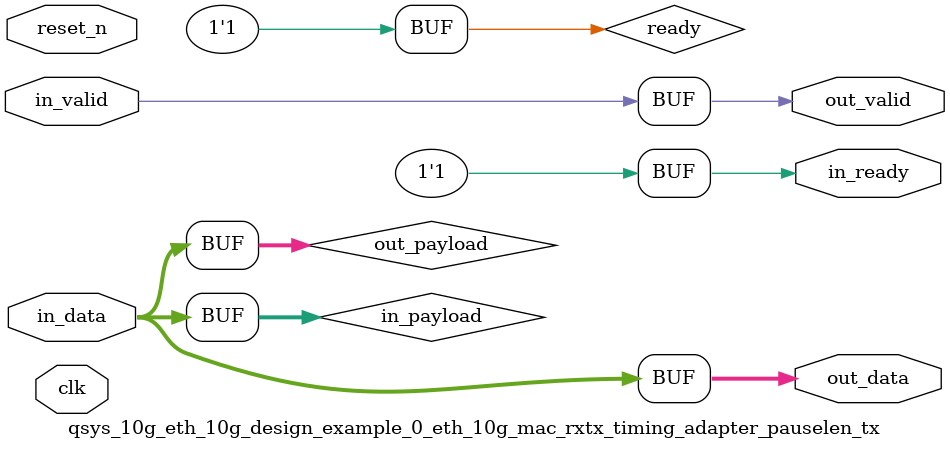
<source format=v>

`timescale 1ns / 100ps
module qsys_10g_eth_10g_design_example_0_eth_10g_mac_rxtx_timing_adapter_pauselen_tx (
    
      // Interface: clk
      input              clk,
      // Interface: reset
      input              reset_n,
      // Interface: in
      output reg         in_ready,
      input              in_valid,
      input      [15: 0] in_data,
      // Interface: out
      output reg         out_valid,
      output reg [15: 0] out_data
);




   // ---------------------------------------------------------------------
   //| Signal Declarations
   // ---------------------------------------------------------------------

   reg  [15: 0] in_payload;
   reg  [15: 0] out_payload;
   reg  [ 0: 0] ready;


   // ---------------------------------------------------------------------
   //| Payload Mapping
   // ---------------------------------------------------------------------
   always @* begin
     in_payload = {in_data};
     {out_data} = out_payload;
   end

   // ---------------------------------------------------------------------
   //| Ready & valid signals.
   // ---------------------------------------------------------------------
   always @* begin
     ready[0] = 1;
     out_valid = in_valid;
     out_payload = in_payload;
     in_ready = ready[0];
   end




endmodule


</source>
